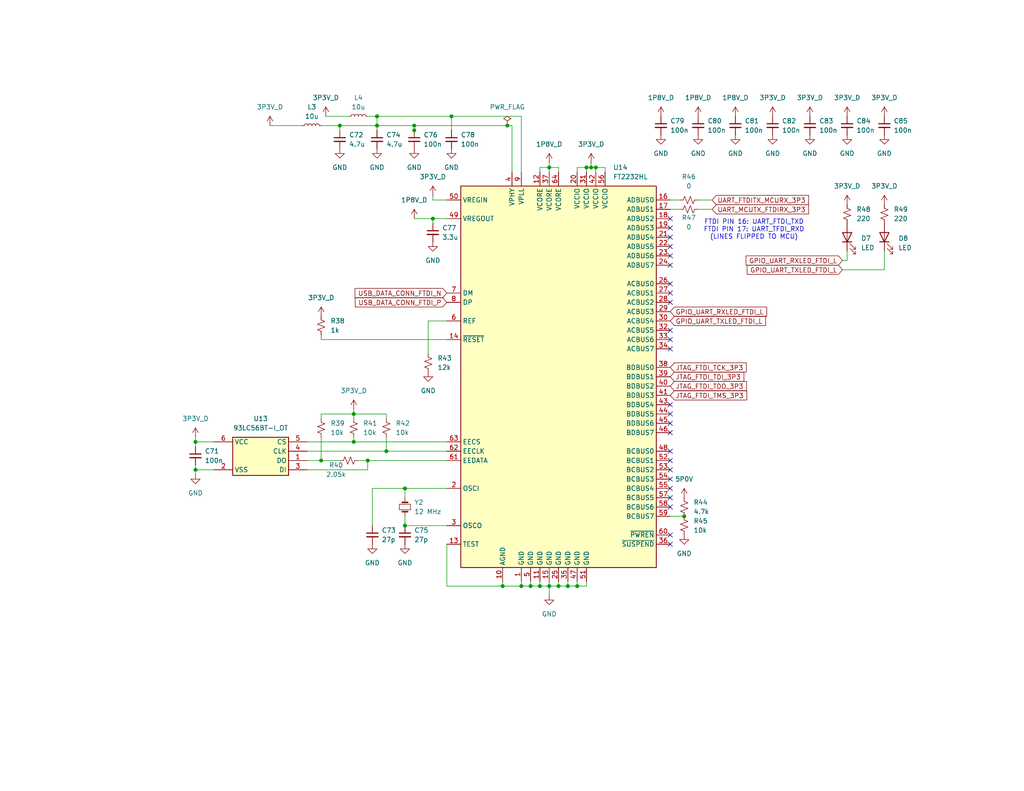
<source format=kicad_sch>
(kicad_sch (version 20231120) (generator "eeschema") (generator_version "8.0")
  (paper "A")
  (title_block (title "ARBITRARY WAVEFORM GENERATOR") (date "2024-09-11") (rev "0.0.1") (company "Tomasz Brzyzek"))
  (lib_symbols
    (symbol "BRZK_FTDI:FT2232HL"
      (property "Reference" "U" (at -26.67 53.34 0))
      (property "Value" "FT2232HL" (at 19.05 53.34 0))
      (symbol "FT2232HL_0_1"
        (rectangle (start -26.67 -52.07) (end 26.67 52.07) (stroke (width 0.254)) (fill (type background)))
      )
      (symbol "FT2232HL_1_1"
        (pin power_in line (at -10.16 -55.88 90) (length 3.81) (name "GND") (number "1"))
        (pin power_in line (at -15.24 -55.88 90) (length 3.81) (name "AGND") (number "10"))
        (pin power_in line (at -5.08 -55.88 90) (length 3.81) (name "GND") (number "11"))
        (pin power_in line (at -5.08 55.88 270) (length 3.81) (name "VCORE") (number "12"))
        (pin input line (at -30.48 -45.72 0) (length 3.81) (name "TEST") (number "13"))
        (pin input line (at -30.48 10.16 0) (length 3.81) (name "~{RESET}") (number "14"))
        (pin power_in line (at -2.54 -55.88 90) (length 3.81) (name "GND") (number "15"))
        (pin bidirectional line (at 30.48 48.26 180) (length 3.81) (name "ADBUS0") (number "16"))
        (pin bidirectional line (at 30.48 45.72 180) (length 3.81) (name "ADBUS1") (number "17"))
        (pin bidirectional line (at 30.48 43.18 180) (length 3.81) (name "ADBUS2") (number "18"))
        (pin bidirectional line (at 30.48 40.64 180) (length 3.81) (name "ADBUS3") (number "19"))
        (pin input line (at -30.48 -30.48 0) (length 3.81) (name "OSCI") (number "2"))
        (pin power_in line (at 5.08 55.88 270) (length 3.81) (name "VCCIO") (number "20"))
        (pin bidirectional line (at 30.48 38.1 180) (length 3.81) (name "ADBUS4") (number "21"))
        (pin bidirectional line (at 30.48 35.56 180) (length 3.81) (name "ADBUS5") (number "22"))
        (pin bidirectional line (at 30.48 33.02 180) (length 3.81) (name "ADBUS6") (number "23"))
        (pin bidirectional line (at 30.48 30.48 180) (length 3.81) (name "ADBUS7") (number "24"))
        (pin power_in line (at 0 -55.88 90) (length 3.81) (name "GND") (number "25"))
        (pin bidirectional line (at 30.48 25.4 180) (length 3.81) (name "ACBUS0") (number "26"))
        (pin bidirectional line (at 30.48 22.86 180) (length 3.81) (name "ACBUS1") (number "27"))
        (pin bidirectional line (at 30.48 20.32 180) (length 3.81) (name "ACBUS2") (number "28"))
        (pin bidirectional line (at 30.48 17.78 180) (length 3.81) (name "ACBUS3") (number "29"))
        (pin output line (at -30.48 -40.64 0) (length 3.81) (name "OSCO") (number "3"))
        (pin bidirectional line (at 30.48 15.24 180) (length 3.81) (name "ACBUS4") (number "30"))
        (pin power_in line (at 7.62 55.88 270) (length 3.81) (name "VCCIO") (number "31"))
        (pin bidirectional line (at 30.48 12.7 180) (length 3.81) (name "ACBUS5") (number "32"))
        (pin bidirectional line (at 30.48 10.16 180) (length 3.81) (name "ACBUS6") (number "33"))
        (pin bidirectional line (at 30.48 7.62 180) (length 3.81) (name "ACBUS7") (number "34"))
        (pin power_in line (at 2.54 -55.88 90) (length 3.81) (name "GND") (number "35"))
        (pin output line (at 30.48 -45.72 180) (length 3.81) (name "~{SUSPEND}") (number "36"))
        (pin power_in line (at -2.54 55.88 270) (length 3.81) (name "VCORE") (number "37"))
        (pin bidirectional line (at 30.48 2.54 180) (length 3.81) (name "BDBUS0") (number "38"))
        (pin bidirectional line (at 30.48 0 180) (length 3.81) (name "BDBUS1") (number "39"))
        (pin power_in line (at -12.7 55.88 270) (length 3.81) (name "VPHY") (number "4"))
        (pin bidirectional line (at 30.48 -2.54 180) (length 3.81) (name "BDBUS2") (number "40"))
        (pin bidirectional line (at 30.48 -5.08 180) (length 3.81) (name "BDBUS3") (number "41"))
        (pin power_in line (at 10.16 55.88 270) (length 3.81) (name "VCCIO") (number "42"))
        (pin bidirectional line (at 30.48 -7.62 180) (length 3.81) (name "BDBUS4") (number "43"))
        (pin bidirectional line (at 30.48 -10.16 180) (length 3.81) (name "BDBUS5") (number "44"))
        (pin bidirectional line (at 30.48 -12.7 180) (length 3.81) (name "BDBUS6") (number "45"))
        (pin bidirectional line (at 30.48 -15.24 180) (length 3.81) (name "BDBUS7") (number "46"))
        (pin power_in line (at 5.08 -55.88 90) (length 3.81) (name "GND") (number "47"))
        (pin bidirectional line (at 30.48 -20.32 180) (length 3.81) (name "BCBUS0") (number "48"))
        (pin power_out line (at -30.48 43.18 0) (length 3.81) (name "VREGOUT") (number "49"))
        (pin power_in line (at -7.62 -55.88 90) (length 3.81) (name "GND") (number "5"))
        (pin power_in line (at -30.48 48.26 0) (length 3.81) (name "VREGIN") (number "50"))
        (pin power_in line (at 7.62 -55.88 90) (length 3.81) (name "GND") (number "51"))
        (pin bidirectional line (at 30.48 -22.86 180) (length 3.81) (name "BCBUS1") (number "52"))
        (pin bidirectional line (at 30.48 -25.4 180) (length 3.81) (name "BCBUS2") (number "53"))
        (pin bidirectional line (at 30.48 -27.94 180) (length 3.81) (name "BCBUS3") (number "54"))
        (pin bidirectional line (at 30.48 -30.48 180) (length 3.81) (name "BCBUS4") (number "55"))
        (pin power_in line (at 12.7 55.88 270) (length 3.81) (name "VCCIO") (number "56"))
        (pin bidirectional line (at 30.48 -33.02 180) (length 3.81) (name "BCBUS5") (number "57"))
        (pin bidirectional line (at 30.48 -35.56 180) (length 3.81) (name "BCBUS6") (number "58"))
        (pin bidirectional line (at 30.48 -38.1 180) (length 3.81) (name "BCBUS7") (number "59"))
        (pin output line (at -30.48 15.24 0) (length 3.81) (name "REF") (number "6"))
        (pin output line (at 30.48 -43.18 180) (length 3.81) (name "~{PWREN}") (number "60"))
        (pin bidirectional line (at -30.48 -22.86 0) (length 3.81) (name "EEDATA") (number "61"))
        (pin output line (at -30.48 -20.32 0) (length 3.81) (name "EECLK") (number "62"))
        (pin output line (at -30.48 -17.78 0) (length 3.81) (name "EECS") (number "63"))
        (pin power_in line (at 0 55.88 270) (length 3.81) (name "VCORE") (number "64"))
        (pin bidirectional line (at -30.48 22.86 0) (length 3.81) (name "DM") (number "7"))
        (pin bidirectional line (at -30.48 20.32 0) (length 3.81) (name "DP") (number "8"))
        (pin input line (at -10.16 55.88 270) (length 3.81) (name "VPLL") (number "9"))
      )
    )
    (symbol "BRZK_MEMORY:93LC56BT-I_OT"
      (property "Reference" "U" (at 12.446 6.096 0))
      (property "Value" "93LC56BT-I_OT" (at 12.7 3.81 0))
      (symbol "93LC56BT-I_OT_1_1"
        (rectangle (start 5.08 2.54) (end 20.32 -7.874) (stroke (width 0.254)) (fill (type background)))
        (pin passive line (at 25.4 -3.81 180) (length 5.08) (name "DO") (number "1"))
        (pin passive line (at 0 -6.35 0) (length 5.08) (name "VSS") (number "2"))
        (pin passive line (at 25.4 -6.35 180) (length 5.08) (name "DI") (number "3"))
        (pin passive line (at 25.4 -1.27 180) (length 5.08) (name "CLK") (number "4"))
        (pin passive line (at 25.4 1.27 180) (length 5.08) (name "CS") (number "5"))
        (pin passive line (at 0 1.27 0) (length 5.08) (name "VCC") (number "6"))
      )
    )
    (symbol "Device:C_Small" (pin_numbers hide) (pin_names (offset 0.254) hide)
      (property "Reference" "C" (at 0.254 1.778 0))
      (property "Value" "C_Small" (at 0.254 -2.032 0))
      (symbol "C_Small_0_1"
        (polyline (pts (xy -1.524 -0.508) (xy 1.524 -0.508)) (stroke (width 0.3302)))
        (polyline (pts (xy -1.524 0.508) (xy 1.524 0.508)) (stroke (width 0.3048)))
      )
      (symbol "C_Small_1_1"
        (pin passive line (at 0 2.54 270) (length 2.032) (name "~") (number "1"))
        (pin passive line (at 0 -2.54 90) (length 2.032) (name "~") (number "2"))
      )
    )
    (symbol "Device:Crystal_Small" (pin_numbers hide) (pin_names (offset 1.016) hide)
      (property "Reference" "Y" (at 0 2.54 0))
      (property "Value" "Crystal_Small" (at 0 -2.54 0))
      (symbol "Crystal_Small_0_1"
        (rectangle (start -0.762 -1.524) (end 0.762 1.524))
        (polyline (pts (xy -1.27 -0.762) (xy -1.27 0.762)) (stroke (width 0.381)))
        (polyline (pts (xy 1.27 -0.762) (xy 1.27 0.762)) (stroke (width 0.381)))
      )
      (symbol "Crystal_Small_1_1"
        (pin passive line (at -2.54 0 0) (length 1.27) (name "1") (number "1"))
        (pin passive line (at 2.54 0 180) (length 1.27) (name "2") (number "2"))
      )
    )
    (symbol "Device:LED" (pin_numbers hide) (pin_names (offset 1.016) hide)
      (property "Reference" "D" (at 0 2.54 0))
      (property "Value" "LED" (at 0 -2.54 0))
      (symbol "LED_0_1"
        (polyline (pts (xy -1.27 -1.27) (xy -1.27 1.27)) (stroke (width 0.254)))
        (polyline (pts (xy -1.27 0) (xy 1.27 0)))
        (polyline (pts (xy 1.27 -1.27) (xy 1.27 1.27) (xy -1.27 0) (xy 1.27 -1.27)) (stroke (width 0.254)))
        (polyline (pts (xy -3.048 -0.762) (xy -4.572 -2.286) (xy -3.81 -2.286) (xy -4.572 -2.286) (xy -4.572 -1.524)))
        (polyline (pts (xy -1.778 -0.762) (xy -3.302 -2.286) (xy -2.54 -2.286) (xy -3.302 -2.286) (xy -3.302 -1.524)))
      )
      (symbol "LED_1_1"
        (pin passive line (at -3.81 0 0) (length 2.54) (name "K") (number "1"))
        (pin passive line (at 3.81 0 180) (length 2.54) (name "A") (number "2"))
      )
    )
    (symbol "Device:L_Small" (pin_numbers hide) (pin_names (offset 0.254) hide)
      (property "Reference" "L" (at 0.762 1.016 0))
      (property "Value" "L_Small" (at 0.762 -1.016 0))
      (symbol "L_Small_0_1"
        (arc (start 0 -2.032) (mid 0.5058 -1.524) (end 0 -1.016))
        (arc (start 0 -1.016) (mid 0.5058 -0.508) (end 0 0))
        (arc (start 0 0) (mid 0.5058 0.508) (end 0 1.016))
        (arc (start 0 1.016) (mid 0.5058 1.524) (end 0 2.032))
      )
      (symbol "L_Small_1_1"
        (pin passive line (at 0 2.54 270) (length 0.508) (name "~") (number "1"))
        (pin passive line (at 0 -2.54 90) (length 0.508) (name "~") (number "2"))
      )
    )
    (symbol "Device:R_Small_US" (pin_numbers hide) (pin_names (offset 0.254) hide)
      (property "Reference" "R" (at 0.762 0.508 0))
      (property "Value" "R_Small_US" (at 0.762 -1.016 0))
      (symbol "R_Small_US_1_1"
        (polyline (pts (xy 0 0) (xy 1.016 -0.381) (xy 0 -0.762) (xy -1.016 -1.143) (xy 0 -1.524)))
        (polyline (pts (xy 0 1.524) (xy 1.016 1.143) (xy 0 0.762) (xy -1.016 0.381) (xy 0 0)))
        (pin passive line (at 0 2.54 270) (length 1.016) (name "~") (number "1"))
        (pin passive line (at 0 -2.54 90) (length 1.016) (name "~") (number "2"))
      )
    )
    (symbol "power:+1V8" (power) (pin_numbers hide) (pin_names (offset 0) hide)
      (property "Value" "+1V8" (at 0 3.556 0))
      (symbol "+1V8_0_1"
        (polyline (pts (xy -0.762 1.27) (xy 0 2.54)))
        (polyline (pts (xy 0 0) (xy 0 2.54)))
        (polyline (pts (xy 0 2.54) (xy 0.762 1.27)))
      )
      (symbol "+1V8_1_1"
        (pin power_in line (at 0 0 90) (length 0) (name "~") (number "1"))
      )
    )
    (symbol "power:+3V3" (power) (pin_numbers hide) (pin_names (offset 0) hide)
      (property "Value" "+3V3" (at 0 3.556 0))
      (symbol "+3V3_0_1"
        (polyline (pts (xy -0.762 1.27) (xy 0 2.54)))
        (polyline (pts (xy 0 0) (xy 0 2.54)))
        (polyline (pts (xy 0 2.54) (xy 0.762 1.27)))
      )
      (symbol "+3V3_1_1"
        (pin power_in line (at 0 0 90) (length 0) (name "~") (number "1"))
      )
    )
    (symbol "power:GND" (power) (pin_numbers hide) (pin_names (offset 0) hide)
      (property "Value" "GND" (at 0 -3.81 0))
      (symbol "GND_0_1"
        (polyline (pts (xy 0 0) (xy 0 -1.27) (xy 1.27 -1.27) (xy 0 -2.54) (xy -1.27 -1.27) (xy 0 -1.27)))
      )
      (symbol "GND_1_1"
        (pin power_in line (at 0 0 270) (length 0) (name "~") (number "1"))
      )
    )
    (symbol "power:PWR_FLAG" (power) (pin_numbers hide) (pin_names (offset 0) hide)
      (property "Value" "PWR_FLAG" (at 0 3.81 0))
      (symbol "PWR_FLAG_0_0"
        (pin power_out line (at 0 0 90) (length 0) (name "~") (number "1"))
      )
      (symbol "PWR_FLAG_0_1"
        (polyline (pts (xy 0 0) (xy 0 1.27) (xy -1.016 1.905) (xy 0 2.54) (xy 1.016 1.905) (xy 0 1.27)))
      )
    )
  )
  (junction (at 154.94 160.02))
  (junction (at 92.71 34.29))
  (junction (at 87.63 125.73))
  (junction (at 102.87 31.75))
  (junction (at 161.29 45.72))
  (junction (at 160.02 45.72))
  (junction (at 96.52 120.65))
  (junction (at 113.03 34.29))
  (junction (at 110.49 143.51))
  (junction (at 149.86 160.02))
  (junction (at 142.24 160.02))
  (junction (at 137.16 160.02))
  (junction (at 113.03 35.56))
  (junction (at 138.43 34.29))
  (junction (at 110.49 133.35))
  (junction (at 147.32 160.02))
  (junction (at 100.33 125.73))
  (junction (at 96.52 113.03))
  (junction (at 162.56 45.72))
  (junction (at 53.34 120.65))
  (junction (at 144.78 160.02))
  (junction (at 118.11 59.69))
  (junction (at 152.4 160.02))
  (junction (at 123.19 31.75))
  (junction (at 53.34 128.27))
  (junction (at 149.86 45.72))
  (junction (at 102.87 34.29))
  (junction (at 186.69 140.97))
  (junction (at 157.48 160.02))
  (junction (at 105.41 123.19))
  (no_connect (at 182.88 80.01))
  (no_connect (at 182.88 77.47))
  (no_connect (at 182.88 90.17))
  (no_connect (at 182.88 138.43))
  (no_connect (at 182.88 118.11))
  (no_connect (at 182.88 95.25))
  (no_connect (at 182.88 133.35))
  (no_connect (at 182.88 125.73))
  (no_connect (at 182.88 113.03))
  (no_connect (at 182.88 64.77))
  (no_connect (at 182.88 67.31))
  (no_connect (at 182.88 59.69))
  (no_connect (at 182.88 62.23))
  (no_connect (at 182.88 110.49))
  (no_connect (at 182.88 115.57))
  (no_connect (at 182.88 148.59))
  (no_connect (at 182.88 82.55))
  (no_connect (at 182.88 146.05))
  (no_connect (at 182.88 128.27))
  (no_connect (at 182.88 69.85))
  (no_connect (at 182.88 92.71))
  (no_connect (at 182.88 135.89))
  (no_connect (at 182.88 130.81))
  (no_connect (at 182.88 72.39))
  (no_connect (at 182.88 123.19))
  (wire (pts (xy 121.92 133.35) (xy 110.49 133.35)))
  (wire (pts (xy 152.4 45.72) (xy 149.86 45.72)))
  (wire (pts (xy 229.87 71.12) (xy 231.14 71.12)))
  (wire (pts (xy 138.43 34.29) (xy 139.7 34.29)))
  (wire (pts (xy 152.4 160.02) (xy 152.4 158.75)))
  (wire (pts (xy 161.29 44.45) (xy 161.29 45.72)))
  (wire (pts (xy 157.48 160.02) (xy 157.48 158.75)))
  (wire (pts (xy 110.49 133.35) (xy 110.49 135.89)))
  (wire (pts (xy 100.33 128.27) (xy 100.33 125.73)))
  (wire (pts (xy 73.66 34.29) (xy 82.55 34.29)))
  (wire (pts (xy 96.52 113.03) (xy 96.52 114.3)))
  (wire (pts (xy 142.24 31.75) (xy 142.24 46.99)))
  (wire (pts (xy 160.02 46.99) (xy 160.02 45.72)))
  (wire (pts (xy 152.4 160.02) (xy 154.94 160.02)))
  (wire (pts (xy 137.16 160.02) (xy 121.92 160.02)))
  (wire (pts (xy 88.9 31.75) (xy 95.25 31.75)))
  (wire (pts (xy 83.82 120.65) (xy 96.52 120.65)))
  (wire (pts (xy 142.24 160.02) (xy 142.24 158.75)))
  (wire (pts (xy 118.11 59.69) (xy 118.11 60.96)))
  (wire (pts (xy 157.48 45.72) (xy 160.02 45.72)))
  (wire (pts (xy 157.48 160.02) (xy 160.02 160.02)))
  (wire (pts (xy 83.82 125.73) (xy 87.63 125.73)))
  (wire (pts (xy 92.71 34.29) (xy 92.71 35.56)))
  (wire (pts (xy 149.86 162.56) (xy 149.86 160.02)))
  (wire (pts (xy 154.94 160.02) (xy 157.48 160.02)))
  (wire (pts (xy 116.84 87.63) (xy 116.84 96.52)))
  (wire (pts (xy 149.86 160.02) (xy 147.32 160.02)))
  (wire (pts (xy 53.34 129.54) (xy 53.34 128.27)))
  (wire (pts (xy 147.32 46.99) (xy 147.32 45.72)))
  (wire (pts (xy 110.49 143.51) (xy 110.49 140.97)))
  (wire (pts (xy 231.14 71.12) (xy 231.14 68.58)))
  (wire (pts (xy 147.32 160.02) (xy 147.32 158.75)))
  (wire (pts (xy 87.63 34.29) (xy 92.71 34.29)))
  (wire (pts (xy 102.87 31.75) (xy 123.19 31.75)))
  (wire (pts (xy 101.6 133.35) (xy 101.6 143.51)))
  (wire (pts (xy 241.3 73.66) (xy 241.3 68.58)))
  (wire (pts (xy 87.63 91.44) (xy 87.63 92.71)))
  (wire (pts (xy 87.63 92.71) (xy 121.92 92.71)))
  (wire (pts (xy 162.56 45.72) (xy 162.56 46.99)))
  (wire (pts (xy 229.87 73.66) (xy 241.3 73.66)))
  (wire (pts (xy 100.33 31.75) (xy 102.87 31.75)))
  (wire (pts (xy 190.5 54.61) (xy 194.31 54.61)))
  (wire (pts (xy 97.79 125.73) (xy 100.33 125.73)))
  (wire (pts (xy 137.16 160.02) (xy 137.16 158.75)))
  (wire (pts (xy 142.24 160.02) (xy 137.16 160.02)))
  (wire (pts (xy 123.19 31.75) (xy 142.24 31.75)))
  (wire (pts (xy 118.11 53.34) (xy 118.11 54.61)))
  (wire (pts (xy 118.11 59.69) (xy 121.92 59.69)))
  (wire (pts (xy 113.03 34.29) (xy 113.03 35.56)))
  (wire (pts (xy 152.4 46.99) (xy 152.4 45.72)))
  (wire (pts (xy 118.11 54.61) (xy 121.92 54.61)))
  (wire (pts (xy 121.92 143.51) (xy 110.49 143.51)))
  (wire (pts (xy 182.88 140.97) (xy 186.69 140.97)))
  (wire (pts (xy 182.88 54.61) (xy 185.42 54.61)))
  (wire (pts (xy 113.03 34.29) (xy 138.43 34.29)))
  (wire (pts (xy 121.92 87.63) (xy 116.84 87.63)))
  (wire (pts (xy 53.34 119.38) (xy 53.34 120.65)))
  (wire (pts (xy 100.33 125.73) (xy 121.92 125.73)))
  (wire (pts (xy 149.86 160.02) (xy 149.86 158.75)))
  (wire (pts (xy 147.32 45.72) (xy 149.86 45.72)))
  (wire (pts (xy 190.5 57.15) (xy 194.31 57.15)))
  (wire (pts (xy 110.49 133.35) (xy 101.6 133.35)))
  (wire (pts (xy 113.03 59.69) (xy 118.11 59.69)))
  (wire (pts (xy 161.29 45.72) (xy 162.56 45.72)))
  (wire (pts (xy 113.03 35.56) (xy 113.03 36.83)))
  (wire (pts (xy 87.63 119.38) (xy 87.63 125.73)))
  (wire (pts (xy 58.42 120.65) (xy 53.34 120.65)))
  (wire (pts (xy 105.41 114.3) (xy 105.41 113.03)))
  (wire (pts (xy 182.88 57.15) (xy 185.42 57.15)))
  (wire (pts (xy 87.63 114.3) (xy 87.63 113.03)))
  (wire (pts (xy 92.71 34.29) (xy 102.87 34.29)))
  (wire (pts (xy 105.41 119.38) (xy 105.41 123.19)))
  (wire (pts (xy 144.78 160.02) (xy 147.32 160.02)))
  (wire (pts (xy 53.34 120.65) (xy 53.34 121.92)))
  (wire (pts (xy 96.52 119.38) (xy 96.52 120.65)))
  (wire (pts (xy 144.78 160.02) (xy 142.24 160.02)))
  (wire (pts (xy 149.86 45.72) (xy 149.86 46.99)))
  (wire (pts (xy 83.82 128.27) (xy 100.33 128.27)))
  (wire (pts (xy 160.02 45.72) (xy 161.29 45.72)))
  (wire (pts (xy 105.41 123.19) (xy 121.92 123.19)))
  (wire (pts (xy 87.63 113.03) (xy 96.52 113.03)))
  (wire (pts (xy 102.87 34.29) (xy 113.03 34.29)))
  (wire (pts (xy 87.63 125.73) (xy 92.71 125.73)))
  (wire (pts (xy 123.19 31.75) (xy 123.19 35.56)))
  (wire (pts (xy 96.52 113.03) (xy 105.41 113.03)))
  (wire (pts (xy 160.02 160.02) (xy 160.02 158.75)))
  (wire (pts (xy 121.92 160.02) (xy 121.92 148.59)))
  (wire (pts (xy 149.86 160.02) (xy 152.4 160.02)))
  (wire (pts (xy 162.56 45.72) (xy 165.1 45.72)))
  (wire (pts (xy 157.48 46.99) (xy 157.48 45.72)))
  (wire (pts (xy 149.86 45.72) (xy 149.86 44.45)))
  (wire (pts (xy 144.78 160.02) (xy 144.78 158.75)))
  (wire (pts (xy 102.87 34.29) (xy 102.87 35.56)))
  (wire (pts (xy 102.87 31.75) (xy 102.87 34.29)))
  (wire (pts (xy 154.94 160.02) (xy 154.94 158.75)))
  (wire (pts (xy 96.52 111.76) (xy 96.52 113.03)))
  (wire (pts (xy 53.34 128.27) (xy 53.34 127)))
  (wire (pts (xy 96.52 120.65) (xy 121.92 120.65)))
  (wire (pts (xy 139.7 34.29) (xy 139.7 46.99)))
  (wire (pts (xy 83.82 123.19) (xy 105.41 123.19)))
  (wire (pts (xy 165.1 45.72) (xy 165.1 46.99)))
  (wire (pts (xy 53.34 128.27) (xy 58.42 128.27)))
  (text "FTDI PIN 16: UART_FTDI_TXD\nFTDI PIN 17: UART_TFDI_RXD\n(LINES FLIPPED TO MCU)" (at 205.74 62.738 0) (effects (font (size 1.27 1.27))))
  (global_label "JTAG_FTDI_TMS_3P3" (shape input) (at 182.88 107.95 0) (property "Intersheetrefs" "${INTERSHEET_REFS}" (effects (hide yes))))
  (global_label "GPIO_UART_RXLED_FTDI_L" (shape input) (at 229.87 71.12 180) (property "Intersheetrefs" "${INTERSHEET_REFS}" (effects (hide yes))))
  (global_label "UART_MCUTX_FTDIRX_3P3" (shape input) (at 194.31 57.15 0) (property "Intersheetrefs" "${INTERSHEET_REFS}" (effects (hide yes))))
  (global_label "GPIO_UART_TXLED_FTDI_L" (shape input) (at 182.88 87.63 0) (property "Intersheetrefs" "${INTERSHEET_REFS}" (effects (hide yes))))
  (global_label "UART_FTDITX_MCURX_3P3" (shape input) (at 194.31 54.61 0) (property "Intersheetrefs" "${INTERSHEET_REFS}" (effects (hide yes))))
  (global_label "JTAG_FTDI_TCK_3P3" (shape input) (at 182.88 100.33 0) (property "Intersheetrefs" "${INTERSHEET_REFS}" (effects (hide yes))))
  (global_label "USB_DATA_CONN_FTDI_P" (shape input) (at 121.92 82.55 180) (property "Intersheetrefs" "${INTERSHEET_REFS}" (effects (hide yes))))
  (global_label "GPIO_UART_RXLED_FTDI_L" (shape input) (at 182.88 85.09 0) (property "Intersheetrefs" "${INTERSHEET_REFS}" (effects (hide yes))))
  (global_label "JTAG_FTDI_TDI_3P3" (shape input) (at 182.88 102.87 0) (property "Intersheetrefs" "${INTERSHEET_REFS}" (effects (hide yes))))
  (global_label "GPIO_UART_TXLED_FTDI_L" (shape input) (at 229.87 73.66 180) (property "Intersheetrefs" "${INTERSHEET_REFS}" (effects (hide yes))))
  (global_label "USB_DATA_CONN_FTDI_N" (shape input) (at 121.92 80.01 180) (property "Intersheetrefs" "${INTERSHEET_REFS}" (effects (hide yes))))
  (global_label "JTAG_FTDI_TDO_3P3" (shape input) (at 182.88 105.41 0) (property "Intersheetrefs" "${INTERSHEET_REFS}" (effects (hide yes))))
  (symbol (lib_id "Device:R_Small_US") (at 116.84 99.06 0) (unit 1)
    (property "Reference" "R43" (at 119.38 97.7899 0) (effects (justify left)))
    (property "Value" "12k" (at 119.38 100.3299 0) (effects (justify left)))
    (property "Footprint" "Resistor_SMD:R_0603_1608Metric" (effects (hide yes)))
    (property "Description" "Resistor, small US symbol" (effects (hide yes)))
    (property "Part Number" "0603WAF1202T5E" (effects (hide yes)))
    (property "LCSC" "C22790" (effects (hide yes)))
  )
  (symbol (lib_id "power:+3V3") (at 220.98 31.75 0) (unit 1)
    (property "Reference" "#PWR0193" (effects (hide yes)))
    (property "Value" "3P3V_D" (at 220.98 26.67 0))
    (property "Description" "Power symbol creates a global label with name \"+3V3\"" (effects (hide yes)))
  )
  (symbol (lib_id "Device:Crystal_Small") (at 110.49 138.43 90) (unit 1)
    (property "Reference" "Y2" (at 113.03 137.16 90) (effects (justify right)))
    (property "Value" "12 MHz" (at 113.03 139.7 90) (effects (justify right)))
    (property "Footprint" "Crystal:Crystal_SMD_3225-4Pin_3.2x2.5mm" (effects (hide yes)))
    (property "Description" "Two pin crystal, small symbol" (effects (hide yes)))
    (property "Part Number" "X322512MSB4SI" (effects (hide yes)))
    (property "LCSC" "C9002" (effects (hide yes)))
  )
  (symbol (lib_id "Device:C_Small") (at 53.34 124.46 0) (unit 1)
    (property "Reference" "C71" (at 55.88 123.1963 0) (effects (justify left)))
    (property "Value" "100n" (at 55.88 125.7363 0) (effects (justify left)))
    (property "Footprint" "Capacitor_SMD:C_0603_1608Metric" (effects (hide yes)))
    (property "Description" "Unpolarized capacitor, small symbol" (effects (hide yes)))
    (property "Part Number" "CL10B104JB8NNNC" (effects (hide yes)))
    (property "LCSC" "C24452" (effects (hide yes)))
  )
  (symbol (lib_id "power:+3V3") (at 87.63 86.36 0) (unit 1)
    (property "Reference" "#PWR0167" (effects (hide yes)))
    (property "Value" "3P3V_D" (at 87.63 81.28 0))
    (property "Description" "Power symbol creates a global label with name \"+3V3\"" (effects (hide yes)))
  )
  (symbol (lib_id "Device:C_Small") (at 210.82 34.29 0) (unit 1)
    (property "Reference" "C82" (at 213.36 33.0263 0) (effects (justify left)))
    (property "Value" "100n" (at 213.36 35.5663 0) (effects (justify left)))
    (property "Footprint" "Capacitor_SMD:C_0603_1608Metric" (effects (hide yes)))
    (property "Description" "Unpolarized capacitor, small symbol" (effects (hide yes)))
    (property "Part Number" "CL10B104JB8NNNC" (effects (hide yes)))
    (property "LCSC" "C24452" (effects (hide yes)))
  )
  (symbol (lib_id "BRZK_MEMORY:93LC56BT-I_OT") (at 58.42 121.92 0) (unit 1)
    (property "Reference" "U13" (at 71.12 114.3 0))
    (property "Value" "93LC56BT-I_OT" (at 71.12 116.84 0))
    (property "Footprint" "Package_TO_SOT_SMD:SOT-23-6" (effects (hide yes)))
    (property "Datasheet" "http://ww1.microchip.com/downloads/en/DeviceDoc/21794G.pdf" (effects (hide yes)))
    (property "Part Number" "93LC56BT-I_OT" (effects (hide yes)))
    (property "LCSC" "C190271" (effects (hide yes)))
  )
  (symbol (lib_id "Device:C_Small") (at 113.03 38.1 0) (unit 1)
    (property "Reference" "C76" (at 115.57 36.8363 0) (effects (justify left)))
    (property "Value" "100n" (at 115.57 39.3763 0) (effects (justify left)))
    (property "Footprint" "Capacitor_SMD:C_0603_1608Metric" (effects (hide yes)))
    (property "Description" "Unpolarized capacitor, small symbol" (effects (hide yes)))
    (property "Part Number" "CL10B104JB8NNNC" (effects (hide yes)))
    (property "LCSC" "C24452" (effects (hide yes)))
  )
  (symbol (lib_id "power:+3V3") (at 73.66 34.29 0) (unit 1)
    (property "Reference" "#PWR0166" (effects (hide yes)))
    (property "Value" "3P3V_D" (at 73.66 29.21 0))
    (property "Description" "Power symbol creates a global label with name \"+3V3\"" (effects (hide yes)))
  )
  (symbol (lib_id "Device:C_Small") (at 118.11 63.5 0) (unit 1)
    (property "Reference" "C77" (at 120.65 62.2363 0) (effects (justify left)))
    (property "Value" "3.3u" (at 120.65 64.7763 0) (effects (justify left)))
    (property "Footprint" "Capacitor_SMD:C_0603_1608Metric" (effects (hide yes)))
    (property "Description" "Unpolarized capacitor, small symbol" (effects (hide yes)))
    (property "Part Number" "CL10A335KP8NNNC" (effects (hide yes)))
    (property "LCSC" "C51412" (effects (hide yes)))
  )
  (symbol (lib_id "BRZK_FTDI:FT2232HL") (at 152.4 102.87 0) (unit 1)
    (property "Reference" "U14" (at 167.2941 45.72 0) (effects (justify left)))
    (property "Value" "FT2232HL" (at 167.2941 48.26 0) (effects (justify left)))
    (property "Footprint" "Package_QFP:LQFP-64_10x10mm_P0.5mm" (effects (hide yes)))
    (property "Datasheet" "https://www.ftdichip.com/Support/Documents/DataSheets/ICs/DS_FT2232H.pdf" (effects (hide yes)))
    (property "Description" "Hi Speed Double Channel USB UART/FIFO, LQFP-64" (effects (hide yes)))
    (property "Part Number" "FT2232HL" (effects (hide yes)))
    (property "LCSC" "C27882" (effects (hide yes)))
  )
  (symbol (lib_id "power:GND") (at 231.14 36.83 0) (unit 1)
    (property "Reference" "#PWR0196" (effects (hide yes)))
    (property "Value" "GND" (at 231.14 41.91 0))
    (property "Description" "Power symbol creates a global label with name \"GND\" , ground" (effects (hide yes)))
  )
  (symbol (lib_id "power:GND") (at 118.11 66.04 0) (unit 1)
    (property "Reference" "#PWR0178" (effects (hide yes)))
    (property "Value" "GND" (at 118.11 71.12 0))
    (property "Description" "Power symbol creates a global label with name \"GND\" , ground" (effects (hide yes)))
  )
  (symbol (lib_id "Device:R_Small_US") (at 187.96 54.61 90) (unit 1)
    (property "Reference" "R46" (at 187.96 48.26 90))
    (property "Value" "0" (at 187.96 50.8 90))
    (property "Footprint" "Resistor_SMD:R_0603_1608Metric" (effects (hide yes)))
    (property "Description" "Resistor, small US symbol" (effects (hide yes)))
    (property "Part Number" "0603WAJ0000T5E" (effects (hide yes)))
    (property "LCSC" "C15402" (effects (hide yes)))
  )
  (symbol (lib_id "power:GND") (at 110.49 148.59 0) (unit 1)
    (property "Reference" "#PWR0173" (effects (hide yes)))
    (property "Value" "GND" (at 110.49 153.67 0))
    (property "Description" "Power symbol creates a global label with name \"GND\" , ground" (effects (hide yes)))
  )
  (symbol (lib_id "power:+3V3") (at 241.3 31.75 0) (unit 1)
    (property "Reference" "#PWR0198" (effects (hide yes)))
    (property "Value" "3P3V_D" (at 241.3 26.67 0))
    (property "Description" "Power symbol creates a global label with name \"+3V3\"" (effects (hide yes)))
  )
  (symbol (lib_id "Device:R_Small_US") (at 105.41 116.84 0) (unit 1)
    (property "Reference" "R42" (at 107.95 115.5699 0) (effects (justify left)))
    (property "Value" "10k" (at 107.95 118.1099 0) (effects (justify left)))
    (property "Footprint" "Resistor_SMD:R_0603_1608Metric" (effects (hide yes)))
    (property "Description" "Resistor, small US symbol" (effects (hide yes)))
    (property "Part Number" "0603WAF1002T5E" (effects (hide yes)))
    (property "LCSC" "C25804" (effects (hide yes)))
  )
  (symbol (lib_id "power:GND") (at 53.34 129.54 0) (unit 1)
    (property "Reference" "#PWR0165" (effects (hide yes)))
    (property "Value" "GND" (at 53.34 134.62 0))
    (property "Description" "Power symbol creates a global label with name \"GND\" , ground" (effects (hide yes)))
  )
  (symbol (lib_id "power:+3V3") (at 231.14 55.88 0) (unit 1)
    (property "Reference" "#PWR0197" (effects (hide yes)))
    (property "Value" "3P3V_D" (at 231.14 50.8 0))
    (property "Description" "Power symbol creates a global label with name \"+3V3\"" (effects (hide yes)))
  )
  (symbol (lib_id "power:GND") (at 102.87 40.64 0) (unit 1)
    (property "Reference" "#PWR0172" (effects (hide yes)))
    (property "Value" "GND" (at 102.87 45.72 0))
    (property "Description" "Power symbol creates a global label with name \"GND\" , ground" (effects (hide yes)))
  )
  (symbol (lib_id "Device:R_Small_US") (at 96.52 116.84 0) (unit 1)
    (property "Reference" "R41" (at 99.06 115.5699 0) (effects (justify left)))
    (property "Value" "10k" (at 99.06 118.1099 0) (effects (justify left)))
    (property "Footprint" "Resistor_SMD:R_0603_1608Metric" (effects (hide yes)))
    (property "Description" "Resistor, small US symbol" (effects (hide yes)))
    (property "Part Number" "0603WAF1002T5E" (effects (hide yes)))
    (property "LCSC" "C25804" (effects (hide yes)))
  )
  (symbol (lib_id "Device:R_Small_US") (at 87.63 88.9 0) (unit 1)
    (property "Reference" "R38" (at 90.17 87.6299 0) (effects (justify left)))
    (property "Value" "1k" (at 90.17 90.1699 0) (effects (justify left)))
    (property "Footprint" "Resistor_SMD:R_0603_1608Metric" (effects (hide yes)))
    (property "Description" "Resistor, small US symbol" (effects (hide yes)))
    (property "Part Number" "RC0603FR-071KL" (effects (hide yes)))
    (property "LCSC" "C22548" (effects (hide yes)))
  )
  (symbol (lib_id "Device:LED") (at 241.3 64.77 90) (unit 1)
    (property "Reference" "D8" (at 245.11 65.0875 90) (effects (justify right)))
    (property "Value" "LED" (at 245.11 67.6275 90) (effects (justify right)))
    (property "Footprint" "LED_SMD:LED_1206_3216Metric" (effects (hide yes)))
    (property "Description" "Light emitting diode" (effects (hide yes)))
    (property "Part Number" "F.1206.00003/P2-1206R1TS2-09T-001" (effects (hide yes)))
    (property "LCSC" "C7496845" (effects (hide yes)))
  )
  (symbol (lib_id "power:+3V3") (at 118.11 53.34 0) (unit 1)
    (property "Reference" "#PWR0177" (effects (hide yes)))
    (property "Value" "3P3V_D" (at 118.11 48.26 0))
    (property "Description" "Power symbol creates a global label with name \"+3V3\"" (effects (hide yes)))
  )
  (symbol (lib_id "Device:C_Small") (at 102.87 38.1 0) (unit 1)
    (property "Reference" "C74" (at 105.41 36.8363 0) (effects (justify left)))
    (property "Value" "4.7u" (at 105.41 39.3763 0) (effects (justify left)))
    (property "Footprint" "Capacitor_SMD:C_0603_1608Metric" (effects (hide yes)))
    (property "Description" "Unpolarized capacitor, small symbol" (effects (hide yes)))
    (property "Part Number" "CL10A475KP8NNNC" (effects (hide yes)))
    (property "LCSC" "C1705" (effects (hide yes)))
  )
  (symbol (lib_id "power:GND") (at 190.5 36.83 0) (unit 1)
    (property "Reference" "#PWR0188" (effects (hide yes)))
    (property "Value" "GND" (at 190.5 41.91 0))
    (property "Description" "Power symbol creates a global label with name \"GND\" , ground" (effects (hide yes)))
  )
  (symbol (lib_id "power:GND") (at 200.66 36.83 0) (unit 1)
    (property "Reference" "#PWR0190" (effects (hide yes)))
    (property "Value" "GND" (at 200.66 41.91 0))
    (property "Description" "Power symbol creates a global label with name \"GND\" , ground" (effects (hide yes)))
  )
  (symbol (lib_id "power:+3V3") (at 88.9 31.75 0) (unit 1)
    (property "Reference" "#PWR0168" (effects (hide yes)))
    (property "Value" "3P3V_D" (at 88.9 26.67 0))
    (property "Description" "Power symbol creates a global label with name \"+3V3\"" (effects (hide yes)))
  )
  (symbol (lib_id "Device:R_Small_US") (at 231.14 58.42 0) (unit 1)
    (property "Reference" "R48" (at 233.68 57.1499 0) (effects (justify left)))
    (property "Value" "220" (at 233.68 59.6899 0) (effects (justify left)))
    (property "Footprint" "Resistor_SMD:R_0603_1608Metric" (effects (hide yes)))
    (property "Description" "Resistor, small US symbol" (effects (hide yes)))
    (property "Part Number" "0603WAF2200T5E" (effects (hide yes)))
    (property "LCSC" "C22962" (effects (hide yes)))
  )
  (symbol (lib_id "Device:C_Small") (at 180.34 34.29 0) (unit 1)
    (property "Reference" "C79" (at 182.88 33.0263 0) (effects (justify left)))
    (property "Value" "100n" (at 182.88 35.5663 0) (effects (justify left)))
    (property "Footprint" "Capacitor_SMD:C_0603_1608Metric" (effects (hide yes)))
    (property "Description" "Unpolarized capacitor, small symbol" (effects (hide yes)))
    (property "Part Number" "CL10B104JB8NNNC" (effects (hide yes)))
    (property "LCSC" "C24452" (effects (hide yes)))
  )
  (symbol (lib_id "Device:C_Small") (at 241.3 34.29 0) (unit 1)
    (property "Reference" "C85" (at 243.84 33.0263 0) (effects (justify left)))
    (property "Value" "100n" (at 243.84 35.5663 0) (effects (justify left)))
    (property "Footprint" "Capacitor_SMD:C_0603_1608Metric" (effects (hide yes)))
    (property "Description" "Unpolarized capacitor, small symbol" (effects (hide yes)))
    (property "Part Number" "CL10B104JB8NNNC" (effects (hide yes)))
    (property "LCSC" "C24452" (effects (hide yes)))
  )
  (symbol (lib_id "power:GND") (at 210.82 36.83 0) (unit 1)
    (property "Reference" "#PWR0192" (effects (hide yes)))
    (property "Value" "GND" (at 210.82 41.91 0))
    (property "Description" "Power symbol creates a global label with name \"GND\" , ground" (effects (hide yes)))
  )
  (symbol (lib_id "Device:R_Small_US") (at 241.3 58.42 0) (unit 1)
    (property "Reference" "R49" (at 243.84 57.1499 0) (effects (justify left)))
    (property "Value" "220" (at 243.84 59.6899 0) (effects (justify left)))
    (property "Footprint" "Resistor_SMD:R_0603_1608Metric" (effects (hide yes)))
    (property "Description" "Resistor, small US symbol" (effects (hide yes)))
    (property "Part Number" "0603WAF2200T5E" (effects (hide yes)))
    (property "LCSC" "C22962" (effects (hide yes)))
  )
  (symbol (lib_id "power:GND") (at 113.03 40.64 0) (unit 1)
    (property "Reference" "#PWR0174" (effects (hide yes)))
    (property "Value" "GND" (at 113.03 45.72 0))
    (property "Description" "Power symbol creates a global label with name \"GND\" , ground" (effects (hide yes)))
  )
  (symbol (lib_id "power:GND") (at 149.86 162.56 0) (unit 1)
    (property "Reference" "#PWR0181" (effects (hide yes)))
    (property "Value" "GND" (at 149.86 167.64 0))
    (property "Description" "Power symbol creates a global label with name \"GND\" , ground" (effects (hide yes)))
  )
  (symbol (lib_id "power:+3V3") (at 231.14 31.75 0) (unit 1)
    (property "Reference" "#PWR0195" (effects (hide yes)))
    (property "Value" "3P3V_D" (at 231.14 26.67 0))
    (property "Description" "Power symbol creates a global label with name \"+3V3\"" (effects (hide yes)))
  )
  (symbol (lib_id "Device:C_Small") (at 220.98 34.29 0) (unit 1)
    (property "Reference" "C83" (at 223.52 33.0263 0) (effects (justify left)))
    (property "Value" "100n" (at 223.52 35.5663 0) (effects (justify left)))
    (property "Footprint" "Capacitor_SMD:C_0603_1608Metric" (effects (hide yes)))
    (property "Description" "Unpolarized capacitor, small symbol" (effects (hide yes)))
    (property "Part Number" "CL10B104JB8NNNC" (effects (hide yes)))
    (property "LCSC" "C24452" (effects (hide yes)))
  )
  (symbol (lib_id "power:GND") (at 186.69 146.05 0) (unit 1)
    (property "Reference" "#PWR0186" (effects (hide yes)))
    (property "Value" "GND" (at 186.69 151.13 0))
    (property "Description" "Power symbol creates a global label with name \"GND\" , ground" (effects (hide yes)))
  )
  (symbol (lib_id "power:GND") (at 180.34 36.83 0) (unit 1)
    (property "Reference" "#PWR0184" (effects (hide yes)))
    (property "Value" "GND" (at 180.34 41.91 0))
    (property "Description" "Power symbol creates a global label with name \"GND\" , ground" (effects (hide yes)))
  )
  (symbol (lib_id "power:+1V8") (at 190.5 31.75 0) (unit 1)
    (property "Reference" "#PWR0187" (effects (hide yes)))
    (property "Value" "1P8V_D" (at 190.5 26.67 0))
    (property "Description" "Power symbol creates a global label with name \"+1V8\"" (effects (hide yes)))
  )
  (symbol (lib_id "Device:C_Small") (at 123.19 38.1 0) (unit 1)
    (property "Reference" "C78" (at 125.73 36.8363 0) (effects (justify left)))
    (property "Value" "100n" (at 125.73 39.3763 0) (effects (justify left)))
    (property "Footprint" "Capacitor_SMD:C_0603_1608Metric" (effects (hide yes)))
    (property "Description" "Unpolarized capacitor, small symbol" (effects (hide yes)))
    (property "Part Number" "CL10B104JB8NNNC" (effects (hide yes)))
    (property "LCSC" "C24452" (effects (hide yes)))
  )
  (symbol (lib_id "Device:C_Small") (at 110.49 146.05 0) (unit 1)
    (property "Reference" "C75" (at 113.03 144.7863 0) (effects (justify left)))
    (property "Value" "27p" (at 113.03 147.3263 0) (effects (justify left)))
    (property "Footprint" "Capacitor_SMD:C_0603_1608Metric" (effects (hide yes)))
    (property "Description" "Unpolarized capacitor, small symbol" (effects (hide yes)))
    (property "Part Number" "CL10C270JB8NNNC" (effects (hide yes)))
    (property "LCSC" "C1656" (effects (hide yes)))
  )
  (symbol (lib_id "power:+3V3") (at 241.3 55.88 0) (unit 1)
    (property "Reference" "#PWR0200" (effects (hide yes)))
    (property "Value" "3P3V_D" (at 241.3 50.8 0))
    (property "Description" "Power symbol creates a global label with name \"+3V3\"" (effects (hide yes)))
  )
  (symbol (lib_id "power:PWR_FLAG") (at 138.43 34.29 0) (unit 1)
    (property "Reference" "#FLG06" (effects (hide yes)))
    (property "Value" "PWR_FLAG" (at 138.43 29.21 0))
    (property "Description" "Special symbol for telling ERC where power comes from" (effects (hide yes)))
  )
  (symbol (lib_id "Device:L_Small") (at 85.09 34.29 90) (unit 1)
    (property "Reference" "L3" (at 85.09 29.21 90))
    (property "Value" "10u" (at 85.09 31.75 90))
    (property "Footprint" "Inductor_SMD:L_0603_1608Metric" (effects (hide yes)))
    (property "Description" "Inductor, small symbol" (effects (hide yes)))
    (property "Part Number" "LS0603-100J-N" (effects (hide yes)))
    (property "LCSC" "C373750" (effects (hide yes)))
  )
  (symbol (lib_id "power:GND") (at 92.71 40.64 0) (unit 1)
    (property "Reference" "#PWR0169" (effects (hide yes)))
    (property "Value" "GND" (at 92.71 45.72 0))
    (property "Description" "Power symbol creates a global label with name \"GND\" , ground" (effects (hide yes)))
  )
  (symbol (lib_id "power:GND") (at 123.19 40.64 0) (unit 1)
    (property "Reference" "#PWR0179" (effects (hide yes)))
    (property "Value" "GND" (at 123.19 45.72 0))
    (property "Description" "Power symbol creates a global label with name \"GND\" , ground" (effects (hide yes)))
  )
  (symbol (lib_id "power:+1V8") (at 149.86 44.45 0) (unit 1)
    (property "Reference" "#PWR0180" (effects (hide yes)))
    (property "Value" "1P8V_D" (at 149.86 39.37 0))
    (property "Description" "Power symbol creates a global label with name \"+1V8\"" (effects (hide yes)))
  )
  (symbol (lib_id "Device:R_Small_US") (at 186.69 143.51 0) (unit 1)
    (property "Reference" "R45" (at 189.23 142.2399 0) (effects (justify left)))
    (property "Value" "10k" (at 189.23 144.7799 0) (effects (justify left)))
    (property "Footprint" "Resistor_SMD:R_0603_1608Metric" (effects (hide yes)))
    (property "Description" "Resistor, small US symbol" (effects (hide yes)))
    (property "Part Number" "0603WAF1002T5E" (effects (hide yes)))
    (property "LCSC" "C25804" (effects (hide yes)))
  )
  (symbol (lib_id "power:GND") (at 101.6 148.59 0) (unit 1)
    (property "Reference" "#PWR0171" (effects (hide yes)))
    (property "Value" "GND" (at 101.6 153.67 0))
    (property "Description" "Power symbol creates a global label with name \"GND\" , ground" (effects (hide yes)))
  )
  (symbol (lib_id "Device:C_Small") (at 92.71 38.1 0) (unit 1)
    (property "Reference" "C72" (at 95.25 36.8363 0) (effects (justify left)))
    (property "Value" "4.7u" (at 95.25 39.3763 0) (effects (justify left)))
    (property "Footprint" "Capacitor_SMD:C_0603_1608Metric" (effects (hide yes)))
    (property "Description" "Unpolarized capacitor, small symbol" (effects (hide yes)))
    (property "Part Number" "CL10A475KP8NNNC" (effects (hide yes)))
    (property "LCSC" "C1705" (effects (hide yes)))
  )
  (symbol (lib_id "Device:R_Small_US") (at 186.69 138.43 0) (unit 1)
    (property "Reference" "R44" (at 189.23 137.1599 0) (effects (justify left)))
    (property "Value" "4.7k" (at 189.23 139.6999 0) (effects (justify left)))
    (property "Footprint" "Resistor_SMD:R_0603_1608Metric" (effects (hide yes)))
    (property "Description" "Resistor, small US symbol" (effects (hide yes)))
    (property "Part Number" "RC0603FR-074K7L" (effects (hide yes)))
    (property "LCSC" "C99782" (effects (hide yes)))
  )
  (symbol (lib_id "power:+1V8") (at 113.03 59.69 0) (unit 1)
    (property "Reference" "#PWR0175" (effects (hide yes)))
    (property "Value" "1P8V_D" (at 113.03 54.61 0))
    (property "Description" "Power symbol creates a global label with name \"+1V8\"" (effects (hide yes)))
  )
  (symbol (lib_id "power:GND") (at 116.84 101.6 0) (unit 1)
    (property "Reference" "#PWR0176" (effects (hide yes)))
    (property "Value" "GND" (at 116.84 106.68 0))
    (property "Description" "Power symbol creates a global label with name \"GND\" , ground" (effects (hide yes)))
  )
  (symbol (lib_id "power:+1V8") (at 200.66 31.75 0) (unit 1)
    (property "Reference" "#PWR0189" (effects (hide yes)))
    (property "Value" "1P8V_D" (at 200.66 26.67 0))
    (property "Description" "Power symbol creates a global label with name \"+1V8\"" (effects (hide yes)))
  )
  (symbol (lib_id "Device:C_Small") (at 101.6 146.05 0) (unit 1)
    (property "Reference" "C73" (at 104.14 144.7863 0) (effects (justify left)))
    (property "Value" "27p" (at 104.14 147.3263 0) (effects (justify left)))
    (property "Footprint" "Capacitor_SMD:C_0603_1608Metric" (effects (hide yes)))
    (property "Description" "Unpolarized capacitor, small symbol" (effects (hide yes)))
    (property "Part Number" "CL10C270JB8NNNC" (effects (hide yes)))
    (property "LCSC" "C1656" (effects (hide yes)))
  )
  (symbol (lib_id "power:GND") (at 241.3 36.83 0) (unit 1)
    (property "Reference" "#PWR0199" (effects (hide yes)))
    (property "Value" "GND" (at 241.3 41.91 0))
    (property "Description" "Power symbol creates a global label with name \"GND\" , ground" (effects (hide yes)))
  )
  (symbol (lib_id "Device:L_Small") (at 97.79 31.75 90) (unit 1)
    (property "Reference" "L4" (at 97.79 26.67 90))
    (property "Value" "10u" (at 97.79 29.21 90))
    (property "Footprint" "Inductor_SMD:L_0603_1608Metric" (effects (hide yes)))
    (property "Description" "Inductor, small symbol" (effects (hide yes)))
    (property "Part Number" "LS0603-100J-N" (effects (hide yes)))
    (property "LCSC" "C373750" (effects (hide yes)))
  )
  (symbol (lib_id "power:+3V3") (at 210.82 31.75 0) (unit 1)
    (property "Reference" "#PWR0191" (effects (hide yes)))
    (property "Value" "3P3V_D" (at 210.82 26.67 0))
    (property "Description" "Power symbol creates a global label with name \"+3V3\"" (effects (hide yes)))
  )
  (symbol (lib_id "Device:R_Small_US") (at 187.96 57.15 90) (unit 1)
    (property "Reference" "R47" (at 187.96 59.436 90))
    (property "Value" "0" (at 187.96 61.976 90))
    (property "Footprint" "Resistor_SMD:R_0603_1608Metric" (effects (hide yes)))
    (property "Description" "Resistor, small US symbol" (effects (hide yes)))
    (property "Part Number" "0603WAJ0000T5E" (effects (hide yes)))
    (property "LCSC" "C15402" (effects (hide yes)))
  )
  (symbol (lib_id "power:GND") (at 220.98 36.83 0) (unit 1)
    (property "Reference" "#PWR0194" (effects (hide yes)))
    (property "Value" "GND" (at 220.98 41.91 0))
    (property "Description" "Power symbol creates a global label with name \"GND\" , ground" (effects (hide yes)))
  )
  (symbol (lib_id "power:+3V3") (at 161.29 44.45 0) (unit 1)
    (property "Reference" "#PWR0182" (effects (hide yes)))
    (property "Value" "3P3V_D" (at 161.29 39.37 0))
    (property "Description" "Power symbol creates a global label with name \"+3V3\"" (effects (hide yes)))
  )
  (symbol (lib_id "power:+1V8") (at 180.34 31.75 0) (unit 1)
    (property "Reference" "#PWR0183" (effects (hide yes)))
    (property "Value" "1P8V_D" (at 180.34 26.67 0))
    (property "Description" "Power symbol creates a global label with name \"+1V8\"" (effects (hide yes)))
  )
  (symbol (lib_id "Device:C_Small") (at 200.66 34.29 0) (unit 1)
    (property "Reference" "C81" (at 203.2 33.0263 0) (effects (justify left)))
    (property "Value" "100n" (at 203.2 35.5663 0) (effects (justify left)))
    (property "Footprint" "Capacitor_SMD:C_0603_1608Metric" (effects (hide yes)))
    (property "Description" "Unpolarized capacitor, small symbol" (effects (hide yes)))
    (property "Part Number" "CL10B104JB8NNNC" (effects (hide yes)))
    (property "LCSC" "C24452" (effects (hide yes)))
  )
  (symbol (lib_id "Device:C_Small") (at 190.5 34.29 0) (unit 1)
    (property "Reference" "C80" (at 193.04 33.0263 0) (effects (justify left)))
    (property "Value" "100n" (at 193.04 35.5663 0) (effects (justify left)))
    (property "Footprint" "Capacitor_SMD:C_0603_1608Metric" (effects (hide yes)))
    (property "Description" "Unpolarized capacitor, small symbol" (effects (hide yes)))
    (property "Part Number" "CL10B104JB8NNNC" (effects (hide yes)))
    (property "LCSC" "C24452" (effects (hide yes)))
  )
  (symbol (lib_id "power:+3V3") (at 96.52 111.76 0) (unit 1)
    (property "Reference" "#PWR0170" (effects (hide yes)))
    (property "Value" "3P3V_D" (at 96.52 106.68 0))
    (property "Description" "Power symbol creates a global label with name \"+3V3\"" (effects (hide yes)))
  )
  (symbol (lib_id "Device:LED") (at 231.14 64.77 90) (unit 1)
    (property "Reference" "D7" (at 234.95 65.0875 90) (effects (justify right)))
    (property "Value" "LED" (at 234.95 67.6275 90) (effects (justify right)))
    (property "Footprint" "LED_SMD:LED_1206_3216Metric" (effects (hide yes)))
    (property "Description" "Light emitting diode" (effects (hide yes)))
    (property "Part Number" "F.1206.00003/P2-1206R1TS2-09T-001" (effects (hide yes)))
    (property "LCSC" "C7496845" (effects (hide yes)))
  )
  (symbol (lib_id "power:+3V3") (at 53.34 119.38 0) (unit 1)
    (property "Reference" "#PWR0164" (effects (hide yes)))
    (property "Value" "3P3V_D" (at 53.34 114.3 0))
    (property "Description" "Power symbol creates a global label with name \"+3V3\"" (effects (hide yes)))
  )
  (symbol (lib_id "Device:R_Small_US") (at 95.25 125.73 270) (unit 1)
    (property "Reference" "R40" (at 91.694 127 90))
    (property "Value" "2.05k" (at 91.694 129.54 90))
    (property "Footprint" "Resistor_SMD:R_0603_1608Metric" (effects (hide yes)))
    (property "Description" "Resistor, small US symbol" (effects (hide yes)))
    (property "Part Number" "0603WAF2051T5E" (effects (hide yes)))
    (property "LCSC" "C22900" (effects (hide yes)))
  )
  (symbol (lib_id "Device:R_Small_US") (at 87.63 116.84 0) (unit 1)
    (property "Reference" "R39" (at 90.17 115.5699 0) (effects (justify left)))
    (property "Value" "10k" (at 90.17 118.1099 0) (effects (justify left)))
    (property "Footprint" "Resistor_SMD:R_0603_1608Metric" (effects (hide yes)))
    (property "Description" "Resistor, small US symbol" (effects (hide yes)))
    (property "Part Number" "0603WAF1002T5E" (effects (hide yes)))
    (property "LCSC" "C25804" (effects (hide yes)))
  )
  (symbol (lib_id "power:+3V3") (at 186.69 135.89 0) (unit 1)
    (property "Reference" "#PWR0185" (effects (hide yes)))
    (property "Value" "5P0V" (at 186.69 130.81 0))
    (property "Description" "Power symbol creates a global label with name \"+3V3\"" (effects (hide yes)))
  )
  (symbol (lib_id "Device:C_Small") (at 231.14 34.29 0) (unit 1)
    (property "Reference" "C84" (at 233.68 33.0263 0) (effects (justify left)))
    (property "Value" "100n" (at 233.68 35.5663 0) (effects (justify left)))
    (property "Footprint" "Capacitor_SMD:C_0603_1608Metric" (effects (hide yes)))
    (property "Description" "Unpolarized capacitor, small symbol" (effects (hide yes)))
    (property "Part Number" "CL10B104JB8NNNC" (effects (hide yes)))
    (property "LCSC" "C24452" (effects (hide yes)))
  )
)
</source>
